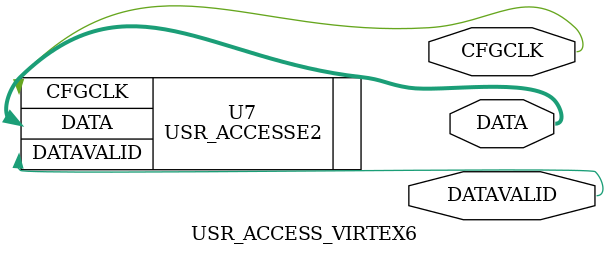
<source format=v>
`timescale 1 ps/1 ps

module USR_ACCESS_VIRTEX6 (CFGCLK, DATA, DATAVALID);

    output CFGCLK;
    output [31:0] DATA;
    output DATAVALID;


USR_ACCESSE2 U7 (
             		.CFGCLK(CFGCLK),
             		.DATA(DATA),
             		.DATAVALID(DATAVALID));

endmodule

</source>
